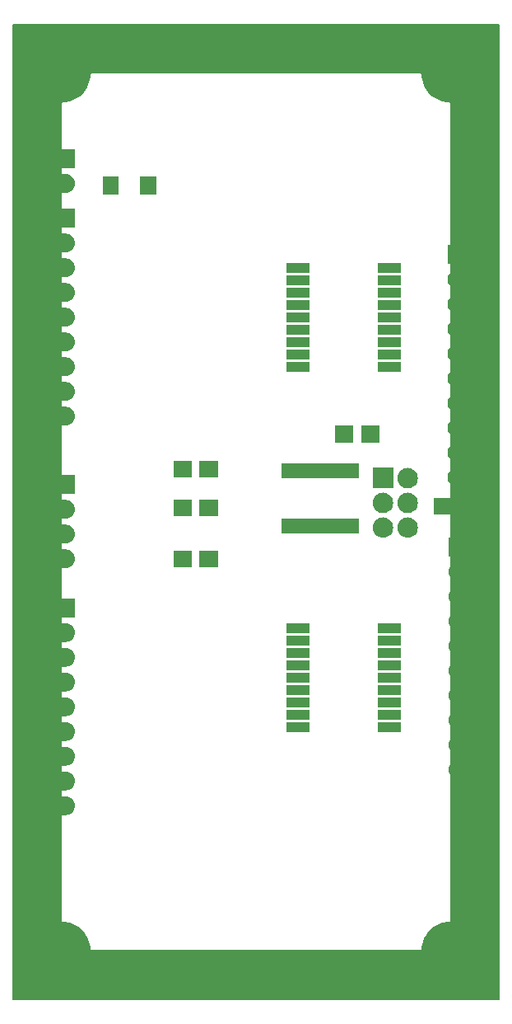
<source format=gts>
G04 #@! TF.GenerationSoftware,KiCad,Pcbnew,(5.0.2)-1*
G04 #@! TF.CreationDate,2019-03-14T17:23:15+01:00*
G04 #@! TF.ProjectId,Alexi2c,416c6578-6932-4632-9e6b-696361645f70,rev?*
G04 #@! TF.SameCoordinates,Original*
G04 #@! TF.FileFunction,Soldermask,Top*
G04 #@! TF.FilePolarity,Negative*
%FSLAX46Y46*%
G04 Gerber Fmt 4.6, Leading zero omitted, Abs format (unit mm)*
G04 Created by KiCad (PCBNEW (5.0.2)-1) date 14/03/2019 17:23:15*
%MOMM*%
%LPD*%
G01*
G04 APERTURE LIST*
%ADD10C,0.150000*%
%ADD11C,0.100000*%
G04 APERTURE END LIST*
D10*
X90000000Y-135000000D02*
X90000000Y-35000000D01*
X140000000Y-135000000D02*
X90000000Y-135000000D01*
X140000000Y-35000000D02*
X140000000Y-135000000D01*
X90000000Y-35000000D02*
X140000000Y-35000000D01*
D11*
G36*
X140000000Y-135000000D02*
X90000000Y-135000000D01*
X90000000Y-43075000D01*
X95000000Y-43075000D01*
X95000000Y-47643000D01*
X95002402Y-47667386D01*
X95009515Y-47690835D01*
X95021066Y-47712446D01*
X95036612Y-47731388D01*
X95055554Y-47746934D01*
X95077165Y-47758485D01*
X95100614Y-47765598D01*
X95125000Y-47768000D01*
X96374750Y-47768000D01*
X96374750Y-49692000D01*
X95125000Y-49692000D01*
X95100614Y-49694402D01*
X95077165Y-49701515D01*
X95055554Y-49713066D01*
X95036612Y-49728612D01*
X95021066Y-49747554D01*
X95009515Y-49769165D01*
X95002402Y-49792614D01*
X95000000Y-49817000D01*
X95000000Y-50183000D01*
X95002402Y-50207386D01*
X95009515Y-50230835D01*
X95021066Y-50252446D01*
X95036612Y-50271388D01*
X95055554Y-50286934D01*
X95077165Y-50298485D01*
X95100614Y-50305598D01*
X95125000Y-50308000D01*
X95460007Y-50308000D01*
X95601336Y-50321919D01*
X95782670Y-50376927D01*
X95949797Y-50466258D01*
X96096278Y-50586472D01*
X96216492Y-50732953D01*
X96305823Y-50900080D01*
X96360831Y-51081414D01*
X96379404Y-51270000D01*
X96360831Y-51458586D01*
X96305823Y-51639920D01*
X96216492Y-51807047D01*
X96096278Y-51953528D01*
X95949797Y-52073742D01*
X95782670Y-52163073D01*
X95601336Y-52218081D01*
X95460007Y-52232000D01*
X95125000Y-52232000D01*
X95100614Y-52234402D01*
X95077165Y-52241515D01*
X95055554Y-52253066D01*
X95036612Y-52268612D01*
X95021066Y-52287554D01*
X95009515Y-52309165D01*
X95002402Y-52332614D01*
X95000000Y-52357000D01*
X95000000Y-53753000D01*
X95002402Y-53777386D01*
X95009515Y-53800835D01*
X95021066Y-53822446D01*
X95036612Y-53841388D01*
X95055554Y-53856934D01*
X95077165Y-53868485D01*
X95100614Y-53875598D01*
X95125000Y-53878000D01*
X96374750Y-53878000D01*
X96374750Y-55802000D01*
X95125000Y-55802000D01*
X95100614Y-55804402D01*
X95077165Y-55811515D01*
X95055554Y-55823066D01*
X95036612Y-55838612D01*
X95021066Y-55857554D01*
X95009515Y-55879165D01*
X95002402Y-55902614D01*
X95000000Y-55927000D01*
X95000000Y-56293000D01*
X95002402Y-56317386D01*
X95009515Y-56340835D01*
X95021066Y-56362446D01*
X95036612Y-56381388D01*
X95055554Y-56396934D01*
X95077165Y-56408485D01*
X95100614Y-56415598D01*
X95125000Y-56418000D01*
X95460007Y-56418000D01*
X95601336Y-56431919D01*
X95782670Y-56486927D01*
X95949797Y-56576258D01*
X96096278Y-56696472D01*
X96216492Y-56842953D01*
X96305823Y-57010080D01*
X96360831Y-57191414D01*
X96379404Y-57380000D01*
X96360831Y-57568586D01*
X96305823Y-57749920D01*
X96216492Y-57917047D01*
X96096278Y-58063528D01*
X95949797Y-58183742D01*
X95782670Y-58273073D01*
X95601336Y-58328081D01*
X95460007Y-58342000D01*
X95125000Y-58342000D01*
X95100614Y-58344402D01*
X95077165Y-58351515D01*
X95055554Y-58363066D01*
X95036612Y-58378612D01*
X95021066Y-58397554D01*
X95009515Y-58419165D01*
X95002402Y-58442614D01*
X95000000Y-58467000D01*
X95000000Y-58833000D01*
X95002402Y-58857386D01*
X95009515Y-58880835D01*
X95021066Y-58902446D01*
X95036612Y-58921388D01*
X95055554Y-58936934D01*
X95077165Y-58948485D01*
X95100614Y-58955598D01*
X95125000Y-58958000D01*
X95460007Y-58958000D01*
X95601336Y-58971919D01*
X95782670Y-59026927D01*
X95949797Y-59116258D01*
X96096278Y-59236472D01*
X96216492Y-59382953D01*
X96305823Y-59550080D01*
X96360831Y-59731414D01*
X96379404Y-59920000D01*
X96360831Y-60108586D01*
X96305823Y-60289920D01*
X96216492Y-60457047D01*
X96096278Y-60603528D01*
X95949797Y-60723742D01*
X95782670Y-60813073D01*
X95601336Y-60868081D01*
X95460007Y-60882000D01*
X95125000Y-60882000D01*
X95100614Y-60884402D01*
X95077165Y-60891515D01*
X95055554Y-60903066D01*
X95036612Y-60918612D01*
X95021066Y-60937554D01*
X95009515Y-60959165D01*
X95002402Y-60982614D01*
X95000000Y-61007000D01*
X95000000Y-61373000D01*
X95002402Y-61397386D01*
X95009515Y-61420835D01*
X95021066Y-61442446D01*
X95036612Y-61461388D01*
X95055554Y-61476934D01*
X95077165Y-61488485D01*
X95100614Y-61495598D01*
X95125000Y-61498000D01*
X95460007Y-61498000D01*
X95601336Y-61511919D01*
X95782670Y-61566927D01*
X95949797Y-61656258D01*
X96096278Y-61776472D01*
X96216492Y-61922953D01*
X96305823Y-62090080D01*
X96360831Y-62271414D01*
X96379404Y-62460000D01*
X96360831Y-62648586D01*
X96305823Y-62829920D01*
X96216492Y-62997047D01*
X96096278Y-63143528D01*
X95949797Y-63263742D01*
X95782670Y-63353073D01*
X95601336Y-63408081D01*
X95460007Y-63422000D01*
X95125000Y-63422000D01*
X95100614Y-63424402D01*
X95077165Y-63431515D01*
X95055554Y-63443066D01*
X95036612Y-63458612D01*
X95021066Y-63477554D01*
X95009515Y-63499165D01*
X95002402Y-63522614D01*
X95000000Y-63547000D01*
X95000000Y-63913000D01*
X95002402Y-63937386D01*
X95009515Y-63960835D01*
X95021066Y-63982446D01*
X95036612Y-64001388D01*
X95055554Y-64016934D01*
X95077165Y-64028485D01*
X95100614Y-64035598D01*
X95125000Y-64038000D01*
X95460007Y-64038000D01*
X95601336Y-64051919D01*
X95782670Y-64106927D01*
X95949797Y-64196258D01*
X96096278Y-64316472D01*
X96216492Y-64462953D01*
X96305823Y-64630080D01*
X96360831Y-64811414D01*
X96379404Y-65000000D01*
X96360831Y-65188586D01*
X96305823Y-65369920D01*
X96216492Y-65537047D01*
X96096278Y-65683528D01*
X95949797Y-65803742D01*
X95782670Y-65893073D01*
X95601336Y-65948081D01*
X95460007Y-65962000D01*
X95125000Y-65962000D01*
X95100614Y-65964402D01*
X95077165Y-65971515D01*
X95055554Y-65983066D01*
X95036612Y-65998612D01*
X95021066Y-66017554D01*
X95009515Y-66039165D01*
X95002402Y-66062614D01*
X95000000Y-66087000D01*
X95000000Y-66453000D01*
X95002402Y-66477386D01*
X95009515Y-66500835D01*
X95021066Y-66522446D01*
X95036612Y-66541388D01*
X95055554Y-66556934D01*
X95077165Y-66568485D01*
X95100614Y-66575598D01*
X95125000Y-66578000D01*
X95460007Y-66578000D01*
X95601336Y-66591919D01*
X95782670Y-66646927D01*
X95949797Y-66736258D01*
X96096278Y-66856472D01*
X96216492Y-67002953D01*
X96305823Y-67170080D01*
X96360831Y-67351414D01*
X96379404Y-67540000D01*
X96360831Y-67728586D01*
X96305823Y-67909920D01*
X96216492Y-68077047D01*
X96096278Y-68223528D01*
X95949797Y-68343742D01*
X95782670Y-68433073D01*
X95601336Y-68488081D01*
X95460007Y-68502000D01*
X95125000Y-68502000D01*
X95100614Y-68504402D01*
X95077165Y-68511515D01*
X95055554Y-68523066D01*
X95036612Y-68538612D01*
X95021066Y-68557554D01*
X95009515Y-68579165D01*
X95002402Y-68602614D01*
X95000000Y-68627000D01*
X95000000Y-68993000D01*
X95002402Y-69017386D01*
X95009515Y-69040835D01*
X95021066Y-69062446D01*
X95036612Y-69081388D01*
X95055554Y-69096934D01*
X95077165Y-69108485D01*
X95100614Y-69115598D01*
X95125000Y-69118000D01*
X95460007Y-69118000D01*
X95601336Y-69131919D01*
X95782670Y-69186927D01*
X95949797Y-69276258D01*
X96096278Y-69396472D01*
X96216492Y-69542953D01*
X96305823Y-69710080D01*
X96360831Y-69891414D01*
X96379404Y-70080000D01*
X96360831Y-70268586D01*
X96305823Y-70449920D01*
X96216492Y-70617047D01*
X96096278Y-70763528D01*
X95949797Y-70883742D01*
X95782670Y-70973073D01*
X95601336Y-71028081D01*
X95460007Y-71042000D01*
X95125000Y-71042000D01*
X95100614Y-71044402D01*
X95077165Y-71051515D01*
X95055554Y-71063066D01*
X95036612Y-71078612D01*
X95021066Y-71097554D01*
X95009515Y-71119165D01*
X95002402Y-71142614D01*
X95000000Y-71167000D01*
X95000000Y-71533000D01*
X95002402Y-71557386D01*
X95009515Y-71580835D01*
X95021066Y-71602446D01*
X95036612Y-71621388D01*
X95055554Y-71636934D01*
X95077165Y-71648485D01*
X95100614Y-71655598D01*
X95125000Y-71658000D01*
X95460007Y-71658000D01*
X95601336Y-71671919D01*
X95782670Y-71726927D01*
X95949797Y-71816258D01*
X96096278Y-71936472D01*
X96216492Y-72082953D01*
X96305823Y-72250080D01*
X96360831Y-72431414D01*
X96379404Y-72620000D01*
X96360831Y-72808586D01*
X96305823Y-72989920D01*
X96216492Y-73157047D01*
X96096278Y-73303528D01*
X95949797Y-73423742D01*
X95782670Y-73513073D01*
X95601336Y-73568081D01*
X95460007Y-73582000D01*
X95125000Y-73582000D01*
X95100614Y-73584402D01*
X95077165Y-73591515D01*
X95055554Y-73603066D01*
X95036612Y-73618612D01*
X95021066Y-73637554D01*
X95009515Y-73659165D01*
X95002402Y-73682614D01*
X95000000Y-73707000D01*
X95000000Y-74073000D01*
X95002402Y-74097386D01*
X95009515Y-74120835D01*
X95021066Y-74142446D01*
X95036612Y-74161388D01*
X95055554Y-74176934D01*
X95077165Y-74188485D01*
X95100614Y-74195598D01*
X95125000Y-74198000D01*
X95460007Y-74198000D01*
X95601336Y-74211919D01*
X95782670Y-74266927D01*
X95949797Y-74356258D01*
X96096278Y-74476472D01*
X96216492Y-74622953D01*
X96305823Y-74790080D01*
X96360831Y-74971414D01*
X96379404Y-75160000D01*
X96360831Y-75348586D01*
X96305823Y-75529920D01*
X96216492Y-75697047D01*
X96096278Y-75843528D01*
X95949797Y-75963742D01*
X95782670Y-76053073D01*
X95601336Y-76108081D01*
X95460007Y-76122000D01*
X95125000Y-76122000D01*
X95100614Y-76124402D01*
X95077165Y-76131515D01*
X95055554Y-76143066D01*
X95036612Y-76158612D01*
X95021066Y-76177554D01*
X95009515Y-76199165D01*
X95002402Y-76222614D01*
X95000000Y-76247000D01*
X95000000Y-81103000D01*
X95002402Y-81127386D01*
X95009515Y-81150835D01*
X95021066Y-81172446D01*
X95036612Y-81191388D01*
X95055554Y-81206934D01*
X95077165Y-81218485D01*
X95100614Y-81225598D01*
X95125000Y-81228000D01*
X96374750Y-81228000D01*
X96374750Y-83152000D01*
X95125000Y-83152000D01*
X95100614Y-83154402D01*
X95077165Y-83161515D01*
X95055554Y-83173066D01*
X95036612Y-83188612D01*
X95021066Y-83207554D01*
X95009515Y-83229165D01*
X95002402Y-83252614D01*
X95000000Y-83277000D01*
X95000000Y-83643000D01*
X95002402Y-83667386D01*
X95009515Y-83690835D01*
X95021066Y-83712446D01*
X95036612Y-83731388D01*
X95055554Y-83746934D01*
X95077165Y-83758485D01*
X95100614Y-83765598D01*
X95125000Y-83768000D01*
X95460007Y-83768000D01*
X95601336Y-83781919D01*
X95782670Y-83836927D01*
X95949797Y-83926258D01*
X96096278Y-84046472D01*
X96216492Y-84192953D01*
X96305823Y-84360080D01*
X96360831Y-84541414D01*
X96379404Y-84730000D01*
X96360831Y-84918586D01*
X96305823Y-85099920D01*
X96216492Y-85267047D01*
X96096278Y-85413528D01*
X95949797Y-85533742D01*
X95782670Y-85623073D01*
X95601336Y-85678081D01*
X95460007Y-85692000D01*
X95125000Y-85692000D01*
X95100614Y-85694402D01*
X95077165Y-85701515D01*
X95055554Y-85713066D01*
X95036612Y-85728612D01*
X95021066Y-85747554D01*
X95009515Y-85769165D01*
X95002402Y-85792614D01*
X95000000Y-85817000D01*
X95000000Y-86183000D01*
X95002402Y-86207386D01*
X95009515Y-86230835D01*
X95021066Y-86252446D01*
X95036612Y-86271388D01*
X95055554Y-86286934D01*
X95077165Y-86298485D01*
X95100614Y-86305598D01*
X95125000Y-86308000D01*
X95460007Y-86308000D01*
X95601336Y-86321919D01*
X95782670Y-86376927D01*
X95949797Y-86466258D01*
X96096278Y-86586472D01*
X96216492Y-86732953D01*
X96305823Y-86900080D01*
X96360831Y-87081414D01*
X96379404Y-87270000D01*
X96360831Y-87458586D01*
X96305823Y-87639920D01*
X96216492Y-87807047D01*
X96096278Y-87953528D01*
X95949797Y-88073742D01*
X95782670Y-88163073D01*
X95601336Y-88218081D01*
X95460007Y-88232000D01*
X95125000Y-88232000D01*
X95100614Y-88234402D01*
X95077165Y-88241515D01*
X95055554Y-88253066D01*
X95036612Y-88268612D01*
X95021066Y-88287554D01*
X95009515Y-88309165D01*
X95002402Y-88332614D01*
X95000000Y-88357000D01*
X95000000Y-88723000D01*
X95002402Y-88747386D01*
X95009515Y-88770835D01*
X95021066Y-88792446D01*
X95036612Y-88811388D01*
X95055554Y-88826934D01*
X95077165Y-88838485D01*
X95100614Y-88845598D01*
X95125000Y-88848000D01*
X95460007Y-88848000D01*
X95601336Y-88861919D01*
X95782670Y-88916927D01*
X95949797Y-89006258D01*
X96096278Y-89126472D01*
X96216492Y-89272953D01*
X96305823Y-89440080D01*
X96360831Y-89621414D01*
X96379404Y-89810000D01*
X96360831Y-89998586D01*
X96305823Y-90179920D01*
X96216492Y-90347047D01*
X96096278Y-90493528D01*
X95949797Y-90613742D01*
X95782670Y-90703073D01*
X95601336Y-90758081D01*
X95460007Y-90772000D01*
X95125000Y-90772000D01*
X95100614Y-90774402D01*
X95077165Y-90781515D01*
X95055554Y-90793066D01*
X95036612Y-90808612D01*
X95021066Y-90827554D01*
X95009515Y-90849165D01*
X95002402Y-90872614D01*
X95000000Y-90897000D01*
X95000000Y-93753000D01*
X95002402Y-93777386D01*
X95009515Y-93800835D01*
X95021066Y-93822446D01*
X95036612Y-93841388D01*
X95055554Y-93856934D01*
X95077165Y-93868485D01*
X95100614Y-93875598D01*
X95125000Y-93878000D01*
X96374750Y-93878000D01*
X96374750Y-95802000D01*
X95125000Y-95802000D01*
X95100614Y-95804402D01*
X95077165Y-95811515D01*
X95055554Y-95823066D01*
X95036612Y-95838612D01*
X95021066Y-95857554D01*
X95009515Y-95879165D01*
X95002402Y-95902614D01*
X95000000Y-95927000D01*
X95000000Y-96293000D01*
X95002402Y-96317386D01*
X95009515Y-96340835D01*
X95021066Y-96362446D01*
X95036612Y-96381388D01*
X95055554Y-96396934D01*
X95077165Y-96408485D01*
X95100614Y-96415598D01*
X95125000Y-96418000D01*
X95460007Y-96418000D01*
X95601336Y-96431919D01*
X95782670Y-96486927D01*
X95949797Y-96576258D01*
X96096278Y-96696472D01*
X96216492Y-96842953D01*
X96305823Y-97010080D01*
X96360831Y-97191414D01*
X96379404Y-97380000D01*
X96360831Y-97568586D01*
X96305823Y-97749920D01*
X96216492Y-97917047D01*
X96096278Y-98063528D01*
X95949797Y-98183742D01*
X95782670Y-98273073D01*
X95601336Y-98328081D01*
X95460007Y-98342000D01*
X95125000Y-98342000D01*
X95100614Y-98344402D01*
X95077165Y-98351515D01*
X95055554Y-98363066D01*
X95036612Y-98378612D01*
X95021066Y-98397554D01*
X95009515Y-98419165D01*
X95002402Y-98442614D01*
X95000000Y-98467000D01*
X95000000Y-98833000D01*
X95002402Y-98857386D01*
X95009515Y-98880835D01*
X95021066Y-98902446D01*
X95036612Y-98921388D01*
X95055554Y-98936934D01*
X95077165Y-98948485D01*
X95100614Y-98955598D01*
X95125000Y-98958000D01*
X95460007Y-98958000D01*
X95601336Y-98971919D01*
X95782670Y-99026927D01*
X95949797Y-99116258D01*
X96096278Y-99236472D01*
X96216492Y-99382953D01*
X96305823Y-99550080D01*
X96360831Y-99731414D01*
X96379404Y-99920000D01*
X96360831Y-100108586D01*
X96305823Y-100289920D01*
X96216492Y-100457047D01*
X96096278Y-100603528D01*
X95949797Y-100723742D01*
X95782670Y-100813073D01*
X95601336Y-100868081D01*
X95460007Y-100882000D01*
X95125000Y-100882000D01*
X95100614Y-100884402D01*
X95077165Y-100891515D01*
X95055554Y-100903066D01*
X95036612Y-100918612D01*
X95021066Y-100937554D01*
X95009515Y-100959165D01*
X95002402Y-100982614D01*
X95000000Y-101007000D01*
X95000000Y-101373000D01*
X95002402Y-101397386D01*
X95009515Y-101420835D01*
X95021066Y-101442446D01*
X95036612Y-101461388D01*
X95055554Y-101476934D01*
X95077165Y-101488485D01*
X95100614Y-101495598D01*
X95125000Y-101498000D01*
X95460007Y-101498000D01*
X95601336Y-101511919D01*
X95782670Y-101566927D01*
X95949797Y-101656258D01*
X96096278Y-101776472D01*
X96216492Y-101922953D01*
X96305823Y-102090080D01*
X96360831Y-102271414D01*
X96379404Y-102460000D01*
X96360831Y-102648586D01*
X96305823Y-102829920D01*
X96216492Y-102997047D01*
X96096278Y-103143528D01*
X95949797Y-103263742D01*
X95782670Y-103353073D01*
X95601336Y-103408081D01*
X95460007Y-103422000D01*
X95125000Y-103422000D01*
X95100614Y-103424402D01*
X95077165Y-103431515D01*
X95055554Y-103443066D01*
X95036612Y-103458612D01*
X95021066Y-103477554D01*
X95009515Y-103499165D01*
X95002402Y-103522614D01*
X95000000Y-103547000D01*
X95000000Y-103913000D01*
X95002402Y-103937386D01*
X95009515Y-103960835D01*
X95021066Y-103982446D01*
X95036612Y-104001388D01*
X95055554Y-104016934D01*
X95077165Y-104028485D01*
X95100614Y-104035598D01*
X95125000Y-104038000D01*
X95460007Y-104038000D01*
X95601336Y-104051919D01*
X95782670Y-104106927D01*
X95949797Y-104196258D01*
X96096278Y-104316472D01*
X96216492Y-104462953D01*
X96305823Y-104630080D01*
X96360831Y-104811414D01*
X96379404Y-105000000D01*
X96360831Y-105188586D01*
X96305823Y-105369920D01*
X96216492Y-105537047D01*
X96096278Y-105683528D01*
X95949797Y-105803742D01*
X95782670Y-105893073D01*
X95601336Y-105948081D01*
X95460007Y-105962000D01*
X95125000Y-105962000D01*
X95100614Y-105964402D01*
X95077165Y-105971515D01*
X95055554Y-105983066D01*
X95036612Y-105998612D01*
X95021066Y-106017554D01*
X95009515Y-106039165D01*
X95002402Y-106062614D01*
X95000000Y-106087000D01*
X95000000Y-106453000D01*
X95002402Y-106477386D01*
X95009515Y-106500835D01*
X95021066Y-106522446D01*
X95036612Y-106541388D01*
X95055554Y-106556934D01*
X95077165Y-106568485D01*
X95100614Y-106575598D01*
X95125000Y-106578000D01*
X95460007Y-106578000D01*
X95601336Y-106591919D01*
X95782670Y-106646927D01*
X95949797Y-106736258D01*
X96096278Y-106856472D01*
X96216492Y-107002953D01*
X96305823Y-107170080D01*
X96360831Y-107351414D01*
X96379404Y-107540000D01*
X96360831Y-107728586D01*
X96305823Y-107909920D01*
X96216492Y-108077047D01*
X96096278Y-108223528D01*
X95949797Y-108343742D01*
X95782670Y-108433073D01*
X95601336Y-108488081D01*
X95460007Y-108502000D01*
X95125000Y-108502000D01*
X95100614Y-108504402D01*
X95077165Y-108511515D01*
X95055554Y-108523066D01*
X95036612Y-108538612D01*
X95021066Y-108557554D01*
X95009515Y-108579165D01*
X95002402Y-108602614D01*
X95000000Y-108627000D01*
X95000000Y-108993000D01*
X95002402Y-109017386D01*
X95009515Y-109040835D01*
X95021066Y-109062446D01*
X95036612Y-109081388D01*
X95055554Y-109096934D01*
X95077165Y-109108485D01*
X95100614Y-109115598D01*
X95125000Y-109118000D01*
X95460007Y-109118000D01*
X95601336Y-109131919D01*
X95782670Y-109186927D01*
X95949797Y-109276258D01*
X96096278Y-109396472D01*
X96216492Y-109542953D01*
X96305823Y-109710080D01*
X96360831Y-109891414D01*
X96379404Y-110080000D01*
X96360831Y-110268586D01*
X96305823Y-110449920D01*
X96216492Y-110617047D01*
X96096278Y-110763528D01*
X95949797Y-110883742D01*
X95782670Y-110973073D01*
X95601336Y-111028081D01*
X95460007Y-111042000D01*
X95125000Y-111042000D01*
X95100614Y-111044402D01*
X95077165Y-111051515D01*
X95055554Y-111063066D01*
X95036612Y-111078612D01*
X95021066Y-111097554D01*
X95009515Y-111119165D01*
X95002402Y-111142614D01*
X95000000Y-111167000D01*
X95000000Y-111533000D01*
X95002402Y-111557386D01*
X95009515Y-111580835D01*
X95021066Y-111602446D01*
X95036612Y-111621388D01*
X95055554Y-111636934D01*
X95077165Y-111648485D01*
X95100614Y-111655598D01*
X95125000Y-111658000D01*
X95460007Y-111658000D01*
X95601336Y-111671919D01*
X95782670Y-111726927D01*
X95949797Y-111816258D01*
X96096278Y-111936472D01*
X96216492Y-112082953D01*
X96305823Y-112250080D01*
X96360831Y-112431414D01*
X96379404Y-112620000D01*
X96360831Y-112808586D01*
X96305823Y-112989920D01*
X96216492Y-113157047D01*
X96096278Y-113303528D01*
X95949797Y-113423742D01*
X95782670Y-113513073D01*
X95601336Y-113568081D01*
X95460007Y-113582000D01*
X95125000Y-113582000D01*
X95100614Y-113584402D01*
X95077165Y-113591515D01*
X95055554Y-113603066D01*
X95036612Y-113618612D01*
X95021066Y-113637554D01*
X95009515Y-113659165D01*
X95002402Y-113682614D01*
X95000000Y-113707000D01*
X95000000Y-114073000D01*
X95002402Y-114097386D01*
X95009515Y-114120835D01*
X95021066Y-114142446D01*
X95036612Y-114161388D01*
X95055554Y-114176934D01*
X95077165Y-114188485D01*
X95100614Y-114195598D01*
X95125000Y-114198000D01*
X95460007Y-114198000D01*
X95601336Y-114211919D01*
X95782670Y-114266927D01*
X95949797Y-114356258D01*
X96096278Y-114476472D01*
X96216492Y-114622953D01*
X96305823Y-114790080D01*
X96360831Y-114971414D01*
X96379404Y-115160000D01*
X96360831Y-115348586D01*
X96305823Y-115529920D01*
X96216492Y-115697047D01*
X96096278Y-115843528D01*
X95949797Y-115963742D01*
X95782670Y-116053073D01*
X95601336Y-116108081D01*
X95460007Y-116122000D01*
X95125000Y-116122000D01*
X95100614Y-116124402D01*
X95077165Y-116131515D01*
X95055554Y-116143066D01*
X95036612Y-116158612D01*
X95021066Y-116177554D01*
X95009515Y-116199165D01*
X95002402Y-116222614D01*
X95000000Y-116247000D01*
X95000000Y-126925000D01*
X95002402Y-126949386D01*
X95009515Y-126972835D01*
X95021066Y-126994446D01*
X95036612Y-127013388D01*
X95055554Y-127028934D01*
X95077165Y-127040485D01*
X95100614Y-127047598D01*
X95125000Y-127050000D01*
X95290551Y-127050000D01*
X95860483Y-127163366D01*
X96397348Y-127385743D01*
X96397349Y-127385744D01*
X96880516Y-127708585D01*
X97291415Y-128119484D01*
X97506642Y-128441595D01*
X97614257Y-128602652D01*
X97836634Y-129139517D01*
X97950000Y-129709449D01*
X97950000Y-129875000D01*
X97952402Y-129899386D01*
X97959515Y-129922835D01*
X97971066Y-129944446D01*
X97986612Y-129963388D01*
X98005554Y-129978934D01*
X98027165Y-129990485D01*
X98050614Y-129997598D01*
X98075000Y-130000000D01*
X131925000Y-130000000D01*
X131949386Y-129997598D01*
X131972835Y-129990485D01*
X131994446Y-129978934D01*
X132013388Y-129963388D01*
X132028934Y-129944446D01*
X132040485Y-129922835D01*
X132047598Y-129899386D01*
X132050000Y-129875000D01*
X132050000Y-129709449D01*
X132163366Y-129139517D01*
X132385743Y-128602652D01*
X132493358Y-128441595D01*
X132708585Y-128119484D01*
X133119484Y-127708585D01*
X133602651Y-127385744D01*
X133602652Y-127385743D01*
X134139517Y-127163366D01*
X134709449Y-127050000D01*
X134875000Y-127050000D01*
X134899386Y-127047598D01*
X134922835Y-127040485D01*
X134944446Y-127028934D01*
X134963388Y-127013388D01*
X134978934Y-126994446D01*
X134990485Y-126972835D01*
X134997598Y-126949386D01*
X135000000Y-126925000D01*
X135000000Y-112090868D01*
X134997598Y-112066482D01*
X134990485Y-112043033D01*
X134978934Y-112021422D01*
X134971626Y-112011569D01*
X134959708Y-111997046D01*
X134870377Y-111829920D01*
X134815369Y-111648586D01*
X134796796Y-111460000D01*
X134815369Y-111271414D01*
X134870377Y-111090080D01*
X134959708Y-110922954D01*
X134971626Y-110908431D01*
X134985240Y-110888057D01*
X134994617Y-110865418D01*
X134999398Y-110841384D01*
X135000000Y-110829132D01*
X135000000Y-109550868D01*
X134997598Y-109526482D01*
X134990485Y-109503033D01*
X134978934Y-109481422D01*
X134971626Y-109471569D01*
X134959708Y-109457046D01*
X134870377Y-109289920D01*
X134815369Y-109108586D01*
X134796796Y-108920000D01*
X134815369Y-108731414D01*
X134870377Y-108550080D01*
X134959708Y-108382954D01*
X134971626Y-108368431D01*
X134985240Y-108348057D01*
X134994617Y-108325418D01*
X134999398Y-108301384D01*
X135000000Y-108289132D01*
X135000000Y-107010868D01*
X134997598Y-106986482D01*
X134990485Y-106963033D01*
X134978934Y-106941422D01*
X134971626Y-106931569D01*
X134959708Y-106917046D01*
X134870377Y-106749920D01*
X134815369Y-106568586D01*
X134796796Y-106380000D01*
X134815369Y-106191414D01*
X134870377Y-106010080D01*
X134959708Y-105842954D01*
X134971626Y-105828431D01*
X134985240Y-105808057D01*
X134994617Y-105785418D01*
X134999398Y-105761384D01*
X135000000Y-105749132D01*
X135000000Y-104470868D01*
X134997598Y-104446482D01*
X134990485Y-104423033D01*
X134978934Y-104401422D01*
X134971626Y-104391569D01*
X134959708Y-104377046D01*
X134870377Y-104209920D01*
X134815369Y-104028586D01*
X134796796Y-103840000D01*
X134815369Y-103651414D01*
X134870377Y-103470080D01*
X134959708Y-103302954D01*
X134971626Y-103288431D01*
X134985240Y-103268057D01*
X134994617Y-103245418D01*
X134999398Y-103221384D01*
X135000000Y-103209132D01*
X135000000Y-101930868D01*
X134997598Y-101906482D01*
X134990485Y-101883033D01*
X134978934Y-101861422D01*
X134971626Y-101851569D01*
X134959708Y-101837046D01*
X134870377Y-101669920D01*
X134815369Y-101488586D01*
X134796796Y-101300000D01*
X134815369Y-101111414D01*
X134870377Y-100930080D01*
X134959708Y-100762954D01*
X134971626Y-100748431D01*
X134985240Y-100728057D01*
X134994617Y-100705418D01*
X134999398Y-100681384D01*
X135000000Y-100669132D01*
X135000000Y-99390868D01*
X134997598Y-99366482D01*
X134990485Y-99343033D01*
X134978934Y-99321422D01*
X134971626Y-99311569D01*
X134959708Y-99297046D01*
X134870377Y-99129920D01*
X134815369Y-98948586D01*
X134796796Y-98760000D01*
X134815369Y-98571414D01*
X134870377Y-98390080D01*
X134959708Y-98222954D01*
X134971626Y-98208431D01*
X134985240Y-98188057D01*
X134994617Y-98165418D01*
X134999398Y-98141384D01*
X135000000Y-98129132D01*
X135000000Y-96850868D01*
X134997598Y-96826482D01*
X134990485Y-96803033D01*
X134978934Y-96781422D01*
X134971626Y-96771569D01*
X134959708Y-96757046D01*
X134870377Y-96589920D01*
X134815369Y-96408586D01*
X134796796Y-96220000D01*
X134815369Y-96031414D01*
X134870377Y-95850080D01*
X134959708Y-95682954D01*
X134971626Y-95668431D01*
X134985240Y-95648057D01*
X134994617Y-95625418D01*
X134999398Y-95601384D01*
X135000000Y-95589132D01*
X135000000Y-94310868D01*
X134997598Y-94286482D01*
X134990485Y-94263033D01*
X134978934Y-94241422D01*
X134971626Y-94231569D01*
X134959708Y-94217046D01*
X134870377Y-94049920D01*
X134815369Y-93868586D01*
X134796796Y-93680000D01*
X134815369Y-93491414D01*
X134870377Y-93310080D01*
X134959708Y-93142954D01*
X134971626Y-93128431D01*
X134985240Y-93108057D01*
X134994617Y-93085418D01*
X134999398Y-93061384D01*
X135000000Y-93049132D01*
X135000000Y-91770868D01*
X134997598Y-91746482D01*
X134990485Y-91723033D01*
X134978934Y-91701422D01*
X134971626Y-91691569D01*
X134959708Y-91677046D01*
X134870377Y-91509920D01*
X134815369Y-91328586D01*
X134796796Y-91140000D01*
X134815369Y-90951414D01*
X134870377Y-90770080D01*
X134959708Y-90602954D01*
X134971626Y-90588431D01*
X134985240Y-90568057D01*
X134994617Y-90545418D01*
X134999398Y-90521384D01*
X135000000Y-90509132D01*
X135000000Y-89687000D01*
X134997598Y-89662614D01*
X134990485Y-89639165D01*
X134978934Y-89617554D01*
X134963388Y-89598612D01*
X134944446Y-89583066D01*
X134922835Y-89571515D01*
X134899386Y-89564402D01*
X134875000Y-89562000D01*
X134801450Y-89562000D01*
X134801450Y-87638000D01*
X134875000Y-87638000D01*
X134899386Y-87635598D01*
X134922835Y-87628485D01*
X134944446Y-87616934D01*
X134963388Y-87601388D01*
X134978934Y-87582446D01*
X134990485Y-87560835D01*
X134997598Y-87537386D01*
X135000000Y-87513000D01*
X135000000Y-85375000D01*
X134997598Y-85350614D01*
X134990485Y-85327165D01*
X134978934Y-85305554D01*
X134963388Y-85286612D01*
X134944446Y-85271066D01*
X134922835Y-85259515D01*
X134899386Y-85252402D01*
X134875000Y-85250000D01*
X133300000Y-85250000D01*
X133300000Y-83550000D01*
X134875000Y-83550000D01*
X134899386Y-83547598D01*
X134922835Y-83540485D01*
X134944446Y-83528934D01*
X134963388Y-83513388D01*
X134978934Y-83494446D01*
X134990485Y-83472835D01*
X134997598Y-83449386D01*
X135000000Y-83425000D01*
X135000000Y-82182719D01*
X134997598Y-82158333D01*
X134990485Y-82134884D01*
X134971626Y-82103420D01*
X134859708Y-81967047D01*
X134770377Y-81799920D01*
X134715369Y-81618586D01*
X134696796Y-81430000D01*
X134715369Y-81241414D01*
X134770377Y-81060080D01*
X134859708Y-80892953D01*
X134971626Y-80756580D01*
X134985240Y-80736205D01*
X134994618Y-80713566D01*
X135000000Y-80677281D01*
X135000000Y-79642719D01*
X134997598Y-79618333D01*
X134990485Y-79594884D01*
X134971626Y-79563420D01*
X134859708Y-79427047D01*
X134770377Y-79259920D01*
X134715369Y-79078586D01*
X134696796Y-78890000D01*
X134715369Y-78701414D01*
X134770377Y-78520080D01*
X134859708Y-78352953D01*
X134971626Y-78216580D01*
X134985240Y-78196205D01*
X134994618Y-78173566D01*
X135000000Y-78137281D01*
X135000000Y-77102719D01*
X134997598Y-77078333D01*
X134990485Y-77054884D01*
X134971626Y-77023420D01*
X134859708Y-76887047D01*
X134770377Y-76719920D01*
X134715369Y-76538586D01*
X134696796Y-76350000D01*
X134715369Y-76161414D01*
X134770377Y-75980080D01*
X134859708Y-75812953D01*
X134971626Y-75676580D01*
X134985240Y-75656205D01*
X134994618Y-75633566D01*
X135000000Y-75597281D01*
X135000000Y-74562719D01*
X134997598Y-74538333D01*
X134990485Y-74514884D01*
X134971626Y-74483420D01*
X134859708Y-74347047D01*
X134770377Y-74179920D01*
X134715369Y-73998586D01*
X134696796Y-73810000D01*
X134715369Y-73621414D01*
X134770377Y-73440080D01*
X134859708Y-73272953D01*
X134971626Y-73136580D01*
X134985240Y-73116205D01*
X134994618Y-73093566D01*
X135000000Y-73057281D01*
X135000000Y-72022719D01*
X134997598Y-71998333D01*
X134990485Y-71974884D01*
X134971626Y-71943420D01*
X134859708Y-71807047D01*
X134770377Y-71639920D01*
X134715369Y-71458586D01*
X134696796Y-71270000D01*
X134715369Y-71081414D01*
X134770377Y-70900080D01*
X134859708Y-70732953D01*
X134971626Y-70596580D01*
X134985240Y-70576205D01*
X134994618Y-70553566D01*
X135000000Y-70517281D01*
X135000000Y-69482719D01*
X134997598Y-69458333D01*
X134990485Y-69434884D01*
X134971626Y-69403420D01*
X134859708Y-69267047D01*
X134770377Y-69099920D01*
X134715369Y-68918586D01*
X134696796Y-68730000D01*
X134715369Y-68541414D01*
X134770377Y-68360080D01*
X134859708Y-68192953D01*
X134971626Y-68056580D01*
X134985240Y-68036205D01*
X134994618Y-68013566D01*
X135000000Y-67977281D01*
X135000000Y-66942719D01*
X134997598Y-66918333D01*
X134990485Y-66894884D01*
X134971626Y-66863420D01*
X134859708Y-66727047D01*
X134770377Y-66559920D01*
X134715369Y-66378586D01*
X134696796Y-66190000D01*
X134715369Y-66001414D01*
X134770377Y-65820080D01*
X134859708Y-65652953D01*
X134971626Y-65516580D01*
X134985240Y-65496205D01*
X134994618Y-65473566D01*
X135000000Y-65437281D01*
X135000000Y-64402719D01*
X134997598Y-64378333D01*
X134990485Y-64354884D01*
X134971626Y-64323420D01*
X134859708Y-64187047D01*
X134770377Y-64019920D01*
X134715369Y-63838586D01*
X134696796Y-63650000D01*
X134715369Y-63461414D01*
X134770377Y-63280080D01*
X134859708Y-63112953D01*
X134971626Y-62976580D01*
X134985240Y-62956205D01*
X134994618Y-62933566D01*
X135000000Y-62897281D01*
X135000000Y-61862719D01*
X134997598Y-61838333D01*
X134990485Y-61814884D01*
X134971626Y-61783420D01*
X134859708Y-61647047D01*
X134770377Y-61479920D01*
X134715369Y-61298586D01*
X134696796Y-61110000D01*
X134715369Y-60921414D01*
X134770377Y-60740080D01*
X134859708Y-60572953D01*
X134971626Y-60436580D01*
X134985240Y-60416205D01*
X134994618Y-60393566D01*
X135000000Y-60357281D01*
X135000000Y-59657000D01*
X134997598Y-59632614D01*
X134990485Y-59609165D01*
X134978934Y-59587554D01*
X134963388Y-59568612D01*
X134944446Y-59553066D01*
X134922835Y-59541515D01*
X134899386Y-59534402D01*
X134875000Y-59532000D01*
X134701450Y-59532000D01*
X134701450Y-57608000D01*
X134875000Y-57608000D01*
X134899386Y-57605598D01*
X134922835Y-57598485D01*
X134944446Y-57586934D01*
X134963388Y-57571388D01*
X134978934Y-57552446D01*
X134990485Y-57530835D01*
X134997598Y-57507386D01*
X135000000Y-57483000D01*
X135000000Y-43075000D01*
X134997598Y-43050614D01*
X134990485Y-43027165D01*
X134978934Y-43005554D01*
X134963388Y-42986612D01*
X134944446Y-42971066D01*
X134922835Y-42959515D01*
X134899386Y-42952402D01*
X134875000Y-42950000D01*
X134709449Y-42950000D01*
X134139517Y-42836634D01*
X133602652Y-42614257D01*
X133441595Y-42506642D01*
X133119484Y-42291415D01*
X132708585Y-41880516D01*
X132385744Y-41397349D01*
X132385743Y-41397348D01*
X132163366Y-40860483D01*
X132050000Y-40290551D01*
X132050000Y-40125000D01*
X132047598Y-40100614D01*
X132040485Y-40077165D01*
X132028934Y-40055554D01*
X132013388Y-40036612D01*
X131994446Y-40021066D01*
X131972835Y-40009515D01*
X131949386Y-40002402D01*
X131925000Y-40000000D01*
X98075000Y-40000000D01*
X98050614Y-40002402D01*
X98027165Y-40009515D01*
X98005554Y-40021066D01*
X97986612Y-40036612D01*
X97971066Y-40055554D01*
X97959515Y-40077165D01*
X97952402Y-40100614D01*
X97950000Y-40125000D01*
X97950000Y-40290551D01*
X97836634Y-40860483D01*
X97614257Y-41397348D01*
X97614256Y-41397349D01*
X97291415Y-41880516D01*
X96880516Y-42291415D01*
X96558405Y-42506642D01*
X96397348Y-42614257D01*
X95860483Y-42836634D01*
X95290551Y-42950000D01*
X95125000Y-42950000D01*
X95100614Y-42952402D01*
X95077165Y-42959515D01*
X95055554Y-42971066D01*
X95036612Y-42986612D01*
X95021066Y-43005554D01*
X95009515Y-43027165D01*
X95002402Y-43050614D01*
X95000000Y-43075000D01*
X90000000Y-43075000D01*
X90000000Y-35000000D01*
X140000000Y-35000000D01*
X140000000Y-135000000D01*
X140000000Y-135000000D01*
G37*
G36*
X129900000Y-107580000D02*
X127500000Y-107580000D01*
X127500000Y-106580000D01*
X129900000Y-106580000D01*
X129900000Y-107580000D01*
X129900000Y-107580000D01*
G37*
G36*
X120500000Y-107580000D02*
X118100000Y-107580000D01*
X118100000Y-106580000D01*
X120500000Y-106580000D01*
X120500000Y-107580000D01*
X120500000Y-107580000D01*
G37*
G36*
X120500000Y-106310000D02*
X118100000Y-106310000D01*
X118100000Y-105310000D01*
X120500000Y-105310000D01*
X120500000Y-106310000D01*
X120500000Y-106310000D01*
G37*
G36*
X129900000Y-106310000D02*
X127500000Y-106310000D01*
X127500000Y-105310000D01*
X129900000Y-105310000D01*
X129900000Y-106310000D01*
X129900000Y-106310000D01*
G37*
G36*
X120500000Y-105040000D02*
X118100000Y-105040000D01*
X118100000Y-104040000D01*
X120500000Y-104040000D01*
X120500000Y-105040000D01*
X120500000Y-105040000D01*
G37*
G36*
X129900000Y-105040000D02*
X127500000Y-105040000D01*
X127500000Y-104040000D01*
X129900000Y-104040000D01*
X129900000Y-105040000D01*
X129900000Y-105040000D01*
G37*
G36*
X129900000Y-103770000D02*
X127500000Y-103770000D01*
X127500000Y-102770000D01*
X129900000Y-102770000D01*
X129900000Y-103770000D01*
X129900000Y-103770000D01*
G37*
G36*
X120500000Y-103770000D02*
X118100000Y-103770000D01*
X118100000Y-102770000D01*
X120500000Y-102770000D01*
X120500000Y-103770000D01*
X120500000Y-103770000D01*
G37*
G36*
X120500000Y-102500000D02*
X118100000Y-102500000D01*
X118100000Y-101500000D01*
X120500000Y-101500000D01*
X120500000Y-102500000D01*
X120500000Y-102500000D01*
G37*
G36*
X129900000Y-102500000D02*
X127500000Y-102500000D01*
X127500000Y-101500000D01*
X129900000Y-101500000D01*
X129900000Y-102500000D01*
X129900000Y-102500000D01*
G37*
G36*
X129900000Y-101230000D02*
X127500000Y-101230000D01*
X127500000Y-100230000D01*
X129900000Y-100230000D01*
X129900000Y-101230000D01*
X129900000Y-101230000D01*
G37*
G36*
X120500000Y-101230000D02*
X118100000Y-101230000D01*
X118100000Y-100230000D01*
X120500000Y-100230000D01*
X120500000Y-101230000D01*
X120500000Y-101230000D01*
G37*
G36*
X129900000Y-99960000D02*
X127500000Y-99960000D01*
X127500000Y-98960000D01*
X129900000Y-98960000D01*
X129900000Y-99960000D01*
X129900000Y-99960000D01*
G37*
G36*
X120500000Y-99960000D02*
X118100000Y-99960000D01*
X118100000Y-98960000D01*
X120500000Y-98960000D01*
X120500000Y-99960000D01*
X120500000Y-99960000D01*
G37*
G36*
X129900000Y-98690000D02*
X127500000Y-98690000D01*
X127500000Y-97690000D01*
X129900000Y-97690000D01*
X129900000Y-98690000D01*
X129900000Y-98690000D01*
G37*
G36*
X120500000Y-98690000D02*
X118100000Y-98690000D01*
X118100000Y-97690000D01*
X120500000Y-97690000D01*
X120500000Y-98690000D01*
X120500000Y-98690000D01*
G37*
G36*
X120500000Y-97420000D02*
X118100000Y-97420000D01*
X118100000Y-96420000D01*
X120500000Y-96420000D01*
X120500000Y-97420000D01*
X120500000Y-97420000D01*
G37*
G36*
X129900000Y-97420000D02*
X127500000Y-97420000D01*
X127500000Y-96420000D01*
X129900000Y-96420000D01*
X129900000Y-97420000D01*
X129900000Y-97420000D01*
G37*
G36*
X108400000Y-90650000D02*
X106500000Y-90650000D01*
X106500000Y-88950000D01*
X108400000Y-88950000D01*
X108400000Y-90650000D01*
X108400000Y-90650000D01*
G37*
G36*
X111100000Y-90650000D02*
X109200000Y-90650000D01*
X109200000Y-88950000D01*
X111100000Y-88950000D01*
X111100000Y-90650000D01*
X111100000Y-90650000D01*
G37*
G36*
X130728707Y-85557596D02*
X130805836Y-85565193D01*
X130937787Y-85605220D01*
X131003763Y-85625233D01*
X131186172Y-85722733D01*
X131346054Y-85853946D01*
X131477267Y-86013828D01*
X131574767Y-86196237D01*
X131574767Y-86196238D01*
X131634807Y-86394164D01*
X131655080Y-86600000D01*
X131634807Y-86805836D01*
X131606219Y-86900078D01*
X131574767Y-87003763D01*
X131477267Y-87186172D01*
X131346054Y-87346054D01*
X131186172Y-87477267D01*
X131003763Y-87574767D01*
X130978448Y-87582446D01*
X130805836Y-87634807D01*
X130753902Y-87639922D01*
X130651580Y-87650000D01*
X130548420Y-87650000D01*
X130446098Y-87639922D01*
X130394164Y-87634807D01*
X130221552Y-87582446D01*
X130196237Y-87574767D01*
X130013828Y-87477267D01*
X129853946Y-87346054D01*
X129722733Y-87186172D01*
X129625233Y-87003763D01*
X129593781Y-86900078D01*
X129565193Y-86805836D01*
X129544920Y-86600000D01*
X129565193Y-86394164D01*
X129625233Y-86196238D01*
X129625233Y-86196237D01*
X129722733Y-86013828D01*
X129853946Y-85853946D01*
X130013828Y-85722733D01*
X130196237Y-85625233D01*
X130262213Y-85605220D01*
X130394164Y-85565193D01*
X130471293Y-85557596D01*
X130548420Y-85550000D01*
X130651580Y-85550000D01*
X130728707Y-85557596D01*
X130728707Y-85557596D01*
G37*
G36*
X128188707Y-85557596D02*
X128265836Y-85565193D01*
X128397787Y-85605220D01*
X128463763Y-85625233D01*
X128646172Y-85722733D01*
X128806054Y-85853946D01*
X128937267Y-86013828D01*
X129034767Y-86196237D01*
X129034767Y-86196238D01*
X129094807Y-86394164D01*
X129115080Y-86600000D01*
X129094807Y-86805836D01*
X129066219Y-86900078D01*
X129034767Y-87003763D01*
X128937267Y-87186172D01*
X128806054Y-87346054D01*
X128646172Y-87477267D01*
X128463763Y-87574767D01*
X128438448Y-87582446D01*
X128265836Y-87634807D01*
X128213902Y-87639922D01*
X128111580Y-87650000D01*
X128008420Y-87650000D01*
X127906098Y-87639922D01*
X127854164Y-87634807D01*
X127681552Y-87582446D01*
X127656237Y-87574767D01*
X127473828Y-87477267D01*
X127313946Y-87346054D01*
X127182733Y-87186172D01*
X127085233Y-87003763D01*
X127053781Y-86900078D01*
X127025193Y-86805836D01*
X127004920Y-86600000D01*
X127025193Y-86394164D01*
X127085233Y-86196238D01*
X127085233Y-86196237D01*
X127182733Y-86013828D01*
X127313946Y-85853946D01*
X127473828Y-85722733D01*
X127656237Y-85625233D01*
X127722213Y-85605220D01*
X127854164Y-85565193D01*
X127931293Y-85557596D01*
X128008420Y-85550000D01*
X128111580Y-85550000D01*
X128188707Y-85557596D01*
X128188707Y-85557596D01*
G37*
G36*
X125575000Y-87200000D02*
X117625000Y-87200000D01*
X117625000Y-85700000D01*
X125575000Y-85700000D01*
X125575000Y-87200000D01*
X125575000Y-87200000D01*
G37*
G36*
X111100000Y-85450000D02*
X109200000Y-85450000D01*
X109200000Y-83750000D01*
X111100000Y-83750000D01*
X111100000Y-85450000D01*
X111100000Y-85450000D01*
G37*
G36*
X108400000Y-85450000D02*
X106500000Y-85450000D01*
X106500000Y-83750000D01*
X108400000Y-83750000D01*
X108400000Y-85450000D01*
X108400000Y-85450000D01*
G37*
G36*
X128188707Y-83017597D02*
X128265836Y-83025193D01*
X128397787Y-83065220D01*
X128463763Y-83085233D01*
X128646172Y-83182733D01*
X128806054Y-83313946D01*
X128937267Y-83473828D01*
X129034767Y-83656237D01*
X129034767Y-83656238D01*
X129094807Y-83854164D01*
X129115080Y-84060000D01*
X129094807Y-84265836D01*
X129066219Y-84360078D01*
X129034767Y-84463763D01*
X128937267Y-84646172D01*
X128806054Y-84806054D01*
X128646172Y-84937267D01*
X128463763Y-85034767D01*
X128397787Y-85054780D01*
X128265836Y-85094807D01*
X128213902Y-85099922D01*
X128111580Y-85110000D01*
X128008420Y-85110000D01*
X127906098Y-85099922D01*
X127854164Y-85094807D01*
X127722213Y-85054780D01*
X127656237Y-85034767D01*
X127473828Y-84937267D01*
X127313946Y-84806054D01*
X127182733Y-84646172D01*
X127085233Y-84463763D01*
X127053781Y-84360078D01*
X127025193Y-84265836D01*
X127004920Y-84060000D01*
X127025193Y-83854164D01*
X127085233Y-83656238D01*
X127085233Y-83656237D01*
X127182733Y-83473828D01*
X127313946Y-83313946D01*
X127473828Y-83182733D01*
X127656237Y-83085233D01*
X127722213Y-83065220D01*
X127854164Y-83025193D01*
X127931293Y-83017597D01*
X128008420Y-83010000D01*
X128111580Y-83010000D01*
X128188707Y-83017597D01*
X128188707Y-83017597D01*
G37*
G36*
X130728707Y-83017597D02*
X130805836Y-83025193D01*
X130937787Y-83065220D01*
X131003763Y-83085233D01*
X131186172Y-83182733D01*
X131346054Y-83313946D01*
X131477267Y-83473828D01*
X131574767Y-83656237D01*
X131574767Y-83656238D01*
X131634807Y-83854164D01*
X131655080Y-84060000D01*
X131634807Y-84265836D01*
X131606219Y-84360078D01*
X131574767Y-84463763D01*
X131477267Y-84646172D01*
X131346054Y-84806054D01*
X131186172Y-84937267D01*
X131003763Y-85034767D01*
X130937787Y-85054780D01*
X130805836Y-85094807D01*
X130753902Y-85099922D01*
X130651580Y-85110000D01*
X130548420Y-85110000D01*
X130446098Y-85099922D01*
X130394164Y-85094807D01*
X130262213Y-85054780D01*
X130196237Y-85034767D01*
X130013828Y-84937267D01*
X129853946Y-84806054D01*
X129722733Y-84646172D01*
X129625233Y-84463763D01*
X129593781Y-84360078D01*
X129565193Y-84265836D01*
X129544920Y-84060000D01*
X129565193Y-83854164D01*
X129625233Y-83656238D01*
X129625233Y-83656237D01*
X129722733Y-83473828D01*
X129853946Y-83313946D01*
X130013828Y-83182733D01*
X130196237Y-83085233D01*
X130262213Y-83065220D01*
X130394164Y-83025193D01*
X130471293Y-83017597D01*
X130548420Y-83010000D01*
X130651580Y-83010000D01*
X130728707Y-83017597D01*
X130728707Y-83017597D01*
G37*
G36*
X129110000Y-82570000D02*
X127010000Y-82570000D01*
X127010000Y-80470000D01*
X129110000Y-80470000D01*
X129110000Y-82570000D01*
X129110000Y-82570000D01*
G37*
G36*
X130728707Y-80477597D02*
X130805836Y-80485193D01*
X130937787Y-80525220D01*
X131003763Y-80545233D01*
X131186172Y-80642733D01*
X131346054Y-80773946D01*
X131477267Y-80933828D01*
X131574767Y-81116237D01*
X131574767Y-81116238D01*
X131634807Y-81314164D01*
X131655080Y-81520000D01*
X131634807Y-81725836D01*
X131612334Y-81799920D01*
X131574767Y-81923763D01*
X131477267Y-82106172D01*
X131346054Y-82266054D01*
X131186172Y-82397267D01*
X131003763Y-82494767D01*
X130937787Y-82514780D01*
X130805836Y-82554807D01*
X130728707Y-82562403D01*
X130651580Y-82570000D01*
X130548420Y-82570000D01*
X130471293Y-82562403D01*
X130394164Y-82554807D01*
X130262213Y-82514780D01*
X130196237Y-82494767D01*
X130013828Y-82397267D01*
X129853946Y-82266054D01*
X129722733Y-82106172D01*
X129625233Y-81923763D01*
X129587666Y-81799920D01*
X129565193Y-81725836D01*
X129544920Y-81520000D01*
X129565193Y-81314164D01*
X129625233Y-81116238D01*
X129625233Y-81116237D01*
X129722733Y-80933828D01*
X129853946Y-80773946D01*
X130013828Y-80642733D01*
X130196237Y-80545233D01*
X130262213Y-80525220D01*
X130394164Y-80485193D01*
X130471293Y-80477597D01*
X130548420Y-80470000D01*
X130651580Y-80470000D01*
X130728707Y-80477597D01*
X130728707Y-80477597D01*
G37*
G36*
X125575000Y-81500000D02*
X117625000Y-81500000D01*
X117625000Y-80000000D01*
X125575000Y-80000000D01*
X125575000Y-81500000D01*
X125575000Y-81500000D01*
G37*
G36*
X108400000Y-81450000D02*
X106500000Y-81450000D01*
X106500000Y-79750000D01*
X108400000Y-79750000D01*
X108400000Y-81450000D01*
X108400000Y-81450000D01*
G37*
G36*
X111100000Y-81450000D02*
X109200000Y-81450000D01*
X109200000Y-79750000D01*
X111100000Y-79750000D01*
X111100000Y-81450000D01*
X111100000Y-81450000D01*
G37*
G36*
X125000000Y-77850000D02*
X123100000Y-77850000D01*
X123100000Y-76150000D01*
X125000000Y-76150000D01*
X125000000Y-77850000D01*
X125000000Y-77850000D01*
G37*
G36*
X127700000Y-77850000D02*
X125800000Y-77850000D01*
X125800000Y-76150000D01*
X127700000Y-76150000D01*
X127700000Y-77850000D01*
X127700000Y-77850000D01*
G37*
G36*
X129900000Y-70580000D02*
X127500000Y-70580000D01*
X127500000Y-69580000D01*
X129900000Y-69580000D01*
X129900000Y-70580000D01*
X129900000Y-70580000D01*
G37*
G36*
X120500000Y-70580000D02*
X118100000Y-70580000D01*
X118100000Y-69580000D01*
X120500000Y-69580000D01*
X120500000Y-70580000D01*
X120500000Y-70580000D01*
G37*
G36*
X129900000Y-69310000D02*
X127500000Y-69310000D01*
X127500000Y-68310000D01*
X129900000Y-68310000D01*
X129900000Y-69310000D01*
X129900000Y-69310000D01*
G37*
G36*
X120500000Y-69310000D02*
X118100000Y-69310000D01*
X118100000Y-68310000D01*
X120500000Y-68310000D01*
X120500000Y-69310000D01*
X120500000Y-69310000D01*
G37*
G36*
X120500000Y-68040000D02*
X118100000Y-68040000D01*
X118100000Y-67040000D01*
X120500000Y-67040000D01*
X120500000Y-68040000D01*
X120500000Y-68040000D01*
G37*
G36*
X129900000Y-68040000D02*
X127500000Y-68040000D01*
X127500000Y-67040000D01*
X129900000Y-67040000D01*
X129900000Y-68040000D01*
X129900000Y-68040000D01*
G37*
G36*
X129900000Y-66770000D02*
X127500000Y-66770000D01*
X127500000Y-65770000D01*
X129900000Y-65770000D01*
X129900000Y-66770000D01*
X129900000Y-66770000D01*
G37*
G36*
X120500000Y-66770000D02*
X118100000Y-66770000D01*
X118100000Y-65770000D01*
X120500000Y-65770000D01*
X120500000Y-66770000D01*
X120500000Y-66770000D01*
G37*
G36*
X120500000Y-65500000D02*
X118100000Y-65500000D01*
X118100000Y-64500000D01*
X120500000Y-64500000D01*
X120500000Y-65500000D01*
X120500000Y-65500000D01*
G37*
G36*
X129900000Y-65500000D02*
X127500000Y-65500000D01*
X127500000Y-64500000D01*
X129900000Y-64500000D01*
X129900000Y-65500000D01*
X129900000Y-65500000D01*
G37*
G36*
X120500000Y-64230000D02*
X118100000Y-64230000D01*
X118100000Y-63230000D01*
X120500000Y-63230000D01*
X120500000Y-64230000D01*
X120500000Y-64230000D01*
G37*
G36*
X129900000Y-64230000D02*
X127500000Y-64230000D01*
X127500000Y-63230000D01*
X129900000Y-63230000D01*
X129900000Y-64230000D01*
X129900000Y-64230000D01*
G37*
G36*
X129900000Y-62960000D02*
X127500000Y-62960000D01*
X127500000Y-61960000D01*
X129900000Y-61960000D01*
X129900000Y-62960000D01*
X129900000Y-62960000D01*
G37*
G36*
X120500000Y-62960000D02*
X118100000Y-62960000D01*
X118100000Y-61960000D01*
X120500000Y-61960000D01*
X120500000Y-62960000D01*
X120500000Y-62960000D01*
G37*
G36*
X129900000Y-61690000D02*
X127500000Y-61690000D01*
X127500000Y-60690000D01*
X129900000Y-60690000D01*
X129900000Y-61690000D01*
X129900000Y-61690000D01*
G37*
G36*
X120500000Y-61690000D02*
X118100000Y-61690000D01*
X118100000Y-60690000D01*
X120500000Y-60690000D01*
X120500000Y-61690000D01*
X120500000Y-61690000D01*
G37*
G36*
X120500000Y-60420000D02*
X118100000Y-60420000D01*
X118100000Y-59420000D01*
X120500000Y-59420000D01*
X120500000Y-60420000D01*
X120500000Y-60420000D01*
G37*
G36*
X129900000Y-60420000D02*
X127500000Y-60420000D01*
X127500000Y-59420000D01*
X129900000Y-59420000D01*
X129900000Y-60420000D01*
X129900000Y-60420000D01*
G37*
G36*
X100900000Y-52435000D02*
X99230000Y-52435000D01*
X99230000Y-50565000D01*
X100900000Y-50565000D01*
X100900000Y-52435000D01*
X100900000Y-52435000D01*
G37*
G36*
X104770000Y-52435000D02*
X103100000Y-52435000D01*
X103100000Y-50565000D01*
X104770000Y-50565000D01*
X104770000Y-52435000D01*
X104770000Y-52435000D01*
G37*
M02*

</source>
